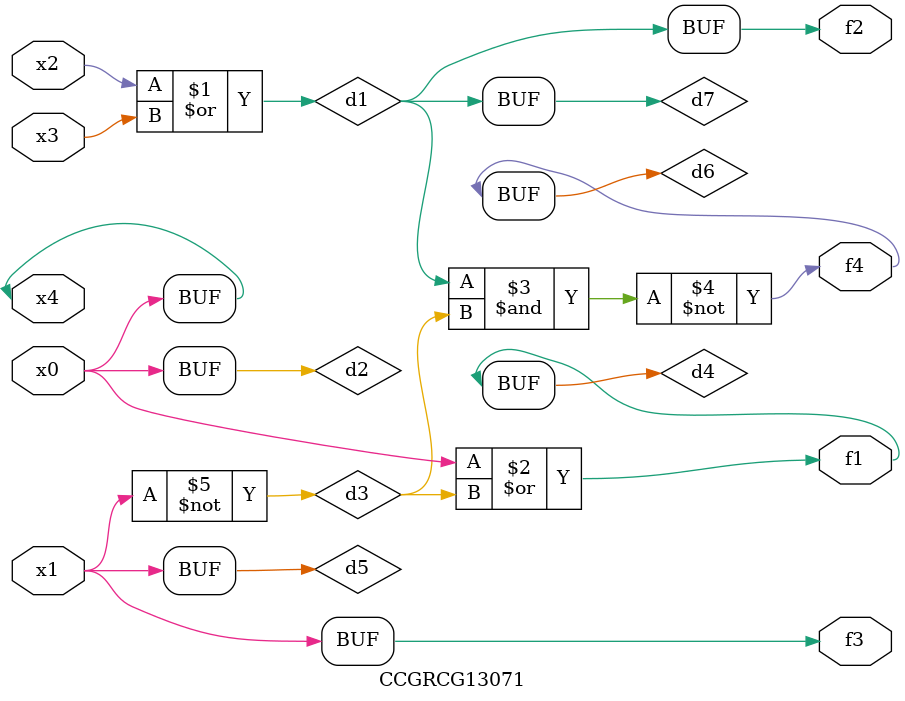
<source format=v>
module CCGRCG13071(
	input x0, x1, x2, x3, x4,
	output f1, f2, f3, f4
);

	wire d1, d2, d3, d4, d5, d6, d7;

	or (d1, x2, x3);
	buf (d2, x0, x4);
	not (d3, x1);
	or (d4, d2, d3);
	not (d5, d3);
	nand (d6, d1, d3);
	or (d7, d1);
	assign f1 = d4;
	assign f2 = d7;
	assign f3 = d5;
	assign f4 = d6;
endmodule

</source>
